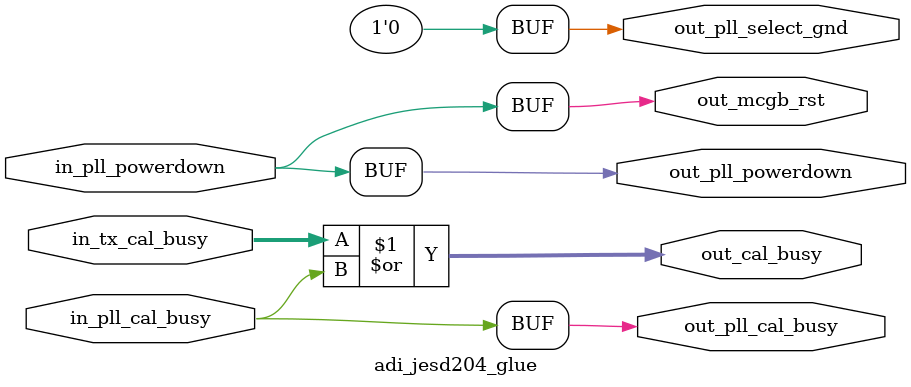
<source format=v>

`timescale 1ns/100ps

module adi_jesd204_glue # (
  parameter NUM_OF_LANES = 4) (
  input in_pll_powerdown,
  output out_pll_powerdown,
  output out_mcgb_rst,
  output out_pll_select_gnd,
  input [NUM_OF_LANES-1:0] in_tx_cal_busy,
  input in_pll_cal_busy,
  output [NUM_OF_LANES-1:0] out_cal_busy,
  output out_pll_cal_busy
);

assign out_pll_powerdown = in_pll_powerdown;
assign out_mcgb_rst = in_pll_powerdown;
assign out_pll_select_gnd = 1'b0;

assign out_cal_busy = in_tx_cal_busy | in_pll_cal_busy;
assign out_pll_cal_busy = in_pll_cal_busy;

endmodule

</source>
